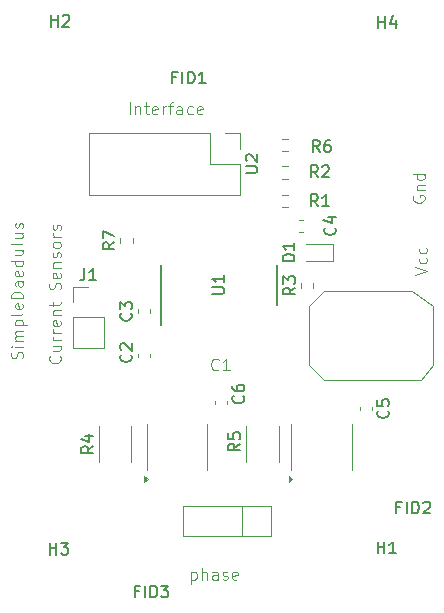
<source format=gbr>
%TF.GenerationSoftware,KiCad,Pcbnew,8.0.5*%
%TF.CreationDate,2026-01-02T18:08:47-06:00*%
%TF.ProjectId,FOC_DV,464f435f-4456-42e6-9b69-6361645f7063,rev?*%
%TF.SameCoordinates,PX7735940PY6422c40*%
%TF.FileFunction,Legend,Top*%
%TF.FilePolarity,Positive*%
%FSLAX46Y46*%
G04 Gerber Fmt 4.6, Leading zero omitted, Abs format (unit mm)*
G04 Created by KiCad (PCBNEW 8.0.5) date 2026-01-02 18:08:47*
%MOMM*%
%LPD*%
G01*
G04 APERTURE LIST*
%ADD10C,0.100000*%
%ADD11C,0.150000*%
%ADD12C,0.200000*%
%ADD13C,0.120000*%
G04 APERTURE END LIST*
D10*
X39520038Y40027694D02*
X39472419Y39932456D01*
X39472419Y39932456D02*
X39472419Y39789599D01*
X39472419Y39789599D02*
X39520038Y39646742D01*
X39520038Y39646742D02*
X39615276Y39551504D01*
X39615276Y39551504D02*
X39710514Y39503885D01*
X39710514Y39503885D02*
X39900990Y39456266D01*
X39900990Y39456266D02*
X40043847Y39456266D01*
X40043847Y39456266D02*
X40234323Y39503885D01*
X40234323Y39503885D02*
X40329561Y39551504D01*
X40329561Y39551504D02*
X40424800Y39646742D01*
X40424800Y39646742D02*
X40472419Y39789599D01*
X40472419Y39789599D02*
X40472419Y39884837D01*
X40472419Y39884837D02*
X40424800Y40027694D01*
X40424800Y40027694D02*
X40377180Y40075313D01*
X40377180Y40075313D02*
X40043847Y40075313D01*
X40043847Y40075313D02*
X40043847Y39884837D01*
X39805752Y40503885D02*
X40472419Y40503885D01*
X39900990Y40503885D02*
X39853371Y40551504D01*
X39853371Y40551504D02*
X39805752Y40646742D01*
X39805752Y40646742D02*
X39805752Y40789599D01*
X39805752Y40789599D02*
X39853371Y40884837D01*
X39853371Y40884837D02*
X39948609Y40932456D01*
X39948609Y40932456D02*
X40472419Y40932456D01*
X40472419Y41837218D02*
X39472419Y41837218D01*
X40424800Y41837218D02*
X40472419Y41741980D01*
X40472419Y41741980D02*
X40472419Y41551504D01*
X40472419Y41551504D02*
X40424800Y41456266D01*
X40424800Y41456266D02*
X40377180Y41408647D01*
X40377180Y41408647D02*
X40281942Y41361028D01*
X40281942Y41361028D02*
X39996228Y41361028D01*
X39996228Y41361028D02*
X39900990Y41408647D01*
X39900990Y41408647D02*
X39853371Y41456266D01*
X39853371Y41456266D02*
X39805752Y41551504D01*
X39805752Y41551504D02*
X39805752Y41741980D01*
X39805752Y41741980D02*
X39853371Y41837218D01*
X39672419Y33361028D02*
X40672419Y33694361D01*
X40672419Y33694361D02*
X39672419Y34027694D01*
X40624800Y34789599D02*
X40672419Y34694361D01*
X40672419Y34694361D02*
X40672419Y34503885D01*
X40672419Y34503885D02*
X40624800Y34408647D01*
X40624800Y34408647D02*
X40577180Y34361028D01*
X40577180Y34361028D02*
X40481942Y34313409D01*
X40481942Y34313409D02*
X40196228Y34313409D01*
X40196228Y34313409D02*
X40100990Y34361028D01*
X40100990Y34361028D02*
X40053371Y34408647D01*
X40053371Y34408647D02*
X40005752Y34503885D01*
X40005752Y34503885D02*
X40005752Y34694361D01*
X40005752Y34694361D02*
X40053371Y34789599D01*
X40624800Y35646742D02*
X40672419Y35551504D01*
X40672419Y35551504D02*
X40672419Y35361028D01*
X40672419Y35361028D02*
X40624800Y35265790D01*
X40624800Y35265790D02*
X40577180Y35218171D01*
X40577180Y35218171D02*
X40481942Y35170552D01*
X40481942Y35170552D02*
X40196228Y35170552D01*
X40196228Y35170552D02*
X40100990Y35218171D01*
X40100990Y35218171D02*
X40053371Y35265790D01*
X40053371Y35265790D02*
X40005752Y35361028D01*
X40005752Y35361028D02*
X40005752Y35551504D01*
X40005752Y35551504D02*
X40053371Y35646742D01*
X6424800Y26256266D02*
X6472419Y26399123D01*
X6472419Y26399123D02*
X6472419Y26637218D01*
X6472419Y26637218D02*
X6424800Y26732456D01*
X6424800Y26732456D02*
X6377180Y26780075D01*
X6377180Y26780075D02*
X6281942Y26827694D01*
X6281942Y26827694D02*
X6186704Y26827694D01*
X6186704Y26827694D02*
X6091466Y26780075D01*
X6091466Y26780075D02*
X6043847Y26732456D01*
X6043847Y26732456D02*
X5996228Y26637218D01*
X5996228Y26637218D02*
X5948609Y26446742D01*
X5948609Y26446742D02*
X5900990Y26351504D01*
X5900990Y26351504D02*
X5853371Y26303885D01*
X5853371Y26303885D02*
X5758133Y26256266D01*
X5758133Y26256266D02*
X5662895Y26256266D01*
X5662895Y26256266D02*
X5567657Y26303885D01*
X5567657Y26303885D02*
X5520038Y26351504D01*
X5520038Y26351504D02*
X5472419Y26446742D01*
X5472419Y26446742D02*
X5472419Y26684837D01*
X5472419Y26684837D02*
X5520038Y26827694D01*
X6472419Y27256266D02*
X5805752Y27256266D01*
X5472419Y27256266D02*
X5520038Y27208647D01*
X5520038Y27208647D02*
X5567657Y27256266D01*
X5567657Y27256266D02*
X5520038Y27303885D01*
X5520038Y27303885D02*
X5472419Y27256266D01*
X5472419Y27256266D02*
X5567657Y27256266D01*
X6472419Y27732456D02*
X5805752Y27732456D01*
X5900990Y27732456D02*
X5853371Y27780075D01*
X5853371Y27780075D02*
X5805752Y27875313D01*
X5805752Y27875313D02*
X5805752Y28018170D01*
X5805752Y28018170D02*
X5853371Y28113408D01*
X5853371Y28113408D02*
X5948609Y28161027D01*
X5948609Y28161027D02*
X6472419Y28161027D01*
X5948609Y28161027D02*
X5853371Y28208646D01*
X5853371Y28208646D02*
X5805752Y28303884D01*
X5805752Y28303884D02*
X5805752Y28446741D01*
X5805752Y28446741D02*
X5853371Y28541980D01*
X5853371Y28541980D02*
X5948609Y28589599D01*
X5948609Y28589599D02*
X6472419Y28589599D01*
X5805752Y29065789D02*
X6805752Y29065789D01*
X5853371Y29065789D02*
X5805752Y29161027D01*
X5805752Y29161027D02*
X5805752Y29351503D01*
X5805752Y29351503D02*
X5853371Y29446741D01*
X5853371Y29446741D02*
X5900990Y29494360D01*
X5900990Y29494360D02*
X5996228Y29541979D01*
X5996228Y29541979D02*
X6281942Y29541979D01*
X6281942Y29541979D02*
X6377180Y29494360D01*
X6377180Y29494360D02*
X6424800Y29446741D01*
X6424800Y29446741D02*
X6472419Y29351503D01*
X6472419Y29351503D02*
X6472419Y29161027D01*
X6472419Y29161027D02*
X6424800Y29065789D01*
X6472419Y30113408D02*
X6424800Y30018170D01*
X6424800Y30018170D02*
X6329561Y29970551D01*
X6329561Y29970551D02*
X5472419Y29970551D01*
X6424800Y30875313D02*
X6472419Y30780075D01*
X6472419Y30780075D02*
X6472419Y30589599D01*
X6472419Y30589599D02*
X6424800Y30494361D01*
X6424800Y30494361D02*
X6329561Y30446742D01*
X6329561Y30446742D02*
X5948609Y30446742D01*
X5948609Y30446742D02*
X5853371Y30494361D01*
X5853371Y30494361D02*
X5805752Y30589599D01*
X5805752Y30589599D02*
X5805752Y30780075D01*
X5805752Y30780075D02*
X5853371Y30875313D01*
X5853371Y30875313D02*
X5948609Y30922932D01*
X5948609Y30922932D02*
X6043847Y30922932D01*
X6043847Y30922932D02*
X6139085Y30446742D01*
X6472419Y31351504D02*
X5472419Y31351504D01*
X5472419Y31351504D02*
X5472419Y31589599D01*
X5472419Y31589599D02*
X5520038Y31732456D01*
X5520038Y31732456D02*
X5615276Y31827694D01*
X5615276Y31827694D02*
X5710514Y31875313D01*
X5710514Y31875313D02*
X5900990Y31922932D01*
X5900990Y31922932D02*
X6043847Y31922932D01*
X6043847Y31922932D02*
X6234323Y31875313D01*
X6234323Y31875313D02*
X6329561Y31827694D01*
X6329561Y31827694D02*
X6424800Y31732456D01*
X6424800Y31732456D02*
X6472419Y31589599D01*
X6472419Y31589599D02*
X6472419Y31351504D01*
X6472419Y32780075D02*
X5948609Y32780075D01*
X5948609Y32780075D02*
X5853371Y32732456D01*
X5853371Y32732456D02*
X5805752Y32637218D01*
X5805752Y32637218D02*
X5805752Y32446742D01*
X5805752Y32446742D02*
X5853371Y32351504D01*
X6424800Y32780075D02*
X6472419Y32684837D01*
X6472419Y32684837D02*
X6472419Y32446742D01*
X6472419Y32446742D02*
X6424800Y32351504D01*
X6424800Y32351504D02*
X6329561Y32303885D01*
X6329561Y32303885D02*
X6234323Y32303885D01*
X6234323Y32303885D02*
X6139085Y32351504D01*
X6139085Y32351504D02*
X6091466Y32446742D01*
X6091466Y32446742D02*
X6091466Y32684837D01*
X6091466Y32684837D02*
X6043847Y32780075D01*
X6424800Y33637218D02*
X6472419Y33541980D01*
X6472419Y33541980D02*
X6472419Y33351504D01*
X6472419Y33351504D02*
X6424800Y33256266D01*
X6424800Y33256266D02*
X6329561Y33208647D01*
X6329561Y33208647D02*
X5948609Y33208647D01*
X5948609Y33208647D02*
X5853371Y33256266D01*
X5853371Y33256266D02*
X5805752Y33351504D01*
X5805752Y33351504D02*
X5805752Y33541980D01*
X5805752Y33541980D02*
X5853371Y33637218D01*
X5853371Y33637218D02*
X5948609Y33684837D01*
X5948609Y33684837D02*
X6043847Y33684837D01*
X6043847Y33684837D02*
X6139085Y33208647D01*
X6472419Y34541980D02*
X5472419Y34541980D01*
X6424800Y34541980D02*
X6472419Y34446742D01*
X6472419Y34446742D02*
X6472419Y34256266D01*
X6472419Y34256266D02*
X6424800Y34161028D01*
X6424800Y34161028D02*
X6377180Y34113409D01*
X6377180Y34113409D02*
X6281942Y34065790D01*
X6281942Y34065790D02*
X5996228Y34065790D01*
X5996228Y34065790D02*
X5900990Y34113409D01*
X5900990Y34113409D02*
X5853371Y34161028D01*
X5853371Y34161028D02*
X5805752Y34256266D01*
X5805752Y34256266D02*
X5805752Y34446742D01*
X5805752Y34446742D02*
X5853371Y34541980D01*
X5805752Y35446742D02*
X6472419Y35446742D01*
X5805752Y35018171D02*
X6329561Y35018171D01*
X6329561Y35018171D02*
X6424800Y35065790D01*
X6424800Y35065790D02*
X6472419Y35161028D01*
X6472419Y35161028D02*
X6472419Y35303885D01*
X6472419Y35303885D02*
X6424800Y35399123D01*
X6424800Y35399123D02*
X6377180Y35446742D01*
X6472419Y36065790D02*
X6424800Y35970552D01*
X6424800Y35970552D02*
X6329561Y35922933D01*
X6329561Y35922933D02*
X5472419Y35922933D01*
X5805752Y36875314D02*
X6472419Y36875314D01*
X5805752Y36446743D02*
X6329561Y36446743D01*
X6329561Y36446743D02*
X6424800Y36494362D01*
X6424800Y36494362D02*
X6472419Y36589600D01*
X6472419Y36589600D02*
X6472419Y36732457D01*
X6472419Y36732457D02*
X6424800Y36827695D01*
X6424800Y36827695D02*
X6377180Y36875314D01*
X6424800Y37303886D02*
X6472419Y37399124D01*
X6472419Y37399124D02*
X6472419Y37589600D01*
X6472419Y37589600D02*
X6424800Y37684838D01*
X6424800Y37684838D02*
X6329561Y37732457D01*
X6329561Y37732457D02*
X6281942Y37732457D01*
X6281942Y37732457D02*
X6186704Y37684838D01*
X6186704Y37684838D02*
X6139085Y37589600D01*
X6139085Y37589600D02*
X6139085Y37446743D01*
X6139085Y37446743D02*
X6091466Y37351505D01*
X6091466Y37351505D02*
X5996228Y37303886D01*
X5996228Y37303886D02*
X5948609Y37303886D01*
X5948609Y37303886D02*
X5853371Y37351505D01*
X5853371Y37351505D02*
X5805752Y37446743D01*
X5805752Y37446743D02*
X5805752Y37589600D01*
X5805752Y37589600D02*
X5853371Y37684838D01*
X15503884Y46927581D02*
X15503884Y47927581D01*
X15980074Y47594248D02*
X15980074Y46927581D01*
X15980074Y47499010D02*
X16027693Y47546629D01*
X16027693Y47546629D02*
X16122931Y47594248D01*
X16122931Y47594248D02*
X16265788Y47594248D01*
X16265788Y47594248D02*
X16361026Y47546629D01*
X16361026Y47546629D02*
X16408645Y47451391D01*
X16408645Y47451391D02*
X16408645Y46927581D01*
X16741979Y47594248D02*
X17122931Y47594248D01*
X16884836Y47927581D02*
X16884836Y47070439D01*
X16884836Y47070439D02*
X16932455Y46975200D01*
X16932455Y46975200D02*
X17027693Y46927581D01*
X17027693Y46927581D02*
X17122931Y46927581D01*
X17837217Y46975200D02*
X17741979Y46927581D01*
X17741979Y46927581D02*
X17551503Y46927581D01*
X17551503Y46927581D02*
X17456265Y46975200D01*
X17456265Y46975200D02*
X17408646Y47070439D01*
X17408646Y47070439D02*
X17408646Y47451391D01*
X17408646Y47451391D02*
X17456265Y47546629D01*
X17456265Y47546629D02*
X17551503Y47594248D01*
X17551503Y47594248D02*
X17741979Y47594248D01*
X17741979Y47594248D02*
X17837217Y47546629D01*
X17837217Y47546629D02*
X17884836Y47451391D01*
X17884836Y47451391D02*
X17884836Y47356153D01*
X17884836Y47356153D02*
X17408646Y47260915D01*
X18313408Y46927581D02*
X18313408Y47594248D01*
X18313408Y47403772D02*
X18361027Y47499010D01*
X18361027Y47499010D02*
X18408646Y47546629D01*
X18408646Y47546629D02*
X18503884Y47594248D01*
X18503884Y47594248D02*
X18599122Y47594248D01*
X18789599Y47594248D02*
X19170551Y47594248D01*
X18932456Y46927581D02*
X18932456Y47784724D01*
X18932456Y47784724D02*
X18980075Y47879962D01*
X18980075Y47879962D02*
X19075313Y47927581D01*
X19075313Y47927581D02*
X19170551Y47927581D01*
X19932456Y46927581D02*
X19932456Y47451391D01*
X19932456Y47451391D02*
X19884837Y47546629D01*
X19884837Y47546629D02*
X19789599Y47594248D01*
X19789599Y47594248D02*
X19599123Y47594248D01*
X19599123Y47594248D02*
X19503885Y47546629D01*
X19932456Y46975200D02*
X19837218Y46927581D01*
X19837218Y46927581D02*
X19599123Y46927581D01*
X19599123Y46927581D02*
X19503885Y46975200D01*
X19503885Y46975200D02*
X19456266Y47070439D01*
X19456266Y47070439D02*
X19456266Y47165677D01*
X19456266Y47165677D02*
X19503885Y47260915D01*
X19503885Y47260915D02*
X19599123Y47308534D01*
X19599123Y47308534D02*
X19837218Y47308534D01*
X19837218Y47308534D02*
X19932456Y47356153D01*
X20837218Y46975200D02*
X20741980Y46927581D01*
X20741980Y46927581D02*
X20551504Y46927581D01*
X20551504Y46927581D02*
X20456266Y46975200D01*
X20456266Y46975200D02*
X20408647Y47022820D01*
X20408647Y47022820D02*
X20361028Y47118058D01*
X20361028Y47118058D02*
X20361028Y47403772D01*
X20361028Y47403772D02*
X20408647Y47499010D01*
X20408647Y47499010D02*
X20456266Y47546629D01*
X20456266Y47546629D02*
X20551504Y47594248D01*
X20551504Y47594248D02*
X20741980Y47594248D01*
X20741980Y47594248D02*
X20837218Y47546629D01*
X21646742Y46975200D02*
X21551504Y46927581D01*
X21551504Y46927581D02*
X21361028Y46927581D01*
X21361028Y46927581D02*
X21265790Y46975200D01*
X21265790Y46975200D02*
X21218171Y47070439D01*
X21218171Y47070439D02*
X21218171Y47451391D01*
X21218171Y47451391D02*
X21265790Y47546629D01*
X21265790Y47546629D02*
X21361028Y47594248D01*
X21361028Y47594248D02*
X21551504Y47594248D01*
X21551504Y47594248D02*
X21646742Y47546629D01*
X21646742Y47546629D02*
X21694361Y47451391D01*
X21694361Y47451391D02*
X21694361Y47356153D01*
X21694361Y47356153D02*
X21218171Y47260915D01*
X20703884Y8194248D02*
X20703884Y7194248D01*
X20703884Y8146629D02*
X20799122Y8194248D01*
X20799122Y8194248D02*
X20989598Y8194248D01*
X20989598Y8194248D02*
X21084836Y8146629D01*
X21084836Y8146629D02*
X21132455Y8099010D01*
X21132455Y8099010D02*
X21180074Y8003772D01*
X21180074Y8003772D02*
X21180074Y7718058D01*
X21180074Y7718058D02*
X21132455Y7622820D01*
X21132455Y7622820D02*
X21084836Y7575200D01*
X21084836Y7575200D02*
X20989598Y7527581D01*
X20989598Y7527581D02*
X20799122Y7527581D01*
X20799122Y7527581D02*
X20703884Y7575200D01*
X21608646Y7527581D02*
X21608646Y8527581D01*
X22037217Y7527581D02*
X22037217Y8051391D01*
X22037217Y8051391D02*
X21989598Y8146629D01*
X21989598Y8146629D02*
X21894360Y8194248D01*
X21894360Y8194248D02*
X21751503Y8194248D01*
X21751503Y8194248D02*
X21656265Y8146629D01*
X21656265Y8146629D02*
X21608646Y8099010D01*
X22941979Y7527581D02*
X22941979Y8051391D01*
X22941979Y8051391D02*
X22894360Y8146629D01*
X22894360Y8146629D02*
X22799122Y8194248D01*
X22799122Y8194248D02*
X22608646Y8194248D01*
X22608646Y8194248D02*
X22513408Y8146629D01*
X22941979Y7575200D02*
X22846741Y7527581D01*
X22846741Y7527581D02*
X22608646Y7527581D01*
X22608646Y7527581D02*
X22513408Y7575200D01*
X22513408Y7575200D02*
X22465789Y7670439D01*
X22465789Y7670439D02*
X22465789Y7765677D01*
X22465789Y7765677D02*
X22513408Y7860915D01*
X22513408Y7860915D02*
X22608646Y7908534D01*
X22608646Y7908534D02*
X22846741Y7908534D01*
X22846741Y7908534D02*
X22941979Y7956153D01*
X23370551Y7575200D02*
X23465789Y7527581D01*
X23465789Y7527581D02*
X23656265Y7527581D01*
X23656265Y7527581D02*
X23751503Y7575200D01*
X23751503Y7575200D02*
X23799122Y7670439D01*
X23799122Y7670439D02*
X23799122Y7718058D01*
X23799122Y7718058D02*
X23751503Y7813296D01*
X23751503Y7813296D02*
X23656265Y7860915D01*
X23656265Y7860915D02*
X23513408Y7860915D01*
X23513408Y7860915D02*
X23418170Y7908534D01*
X23418170Y7908534D02*
X23370551Y8003772D01*
X23370551Y8003772D02*
X23370551Y8051391D01*
X23370551Y8051391D02*
X23418170Y8146629D01*
X23418170Y8146629D02*
X23513408Y8194248D01*
X23513408Y8194248D02*
X23656265Y8194248D01*
X23656265Y8194248D02*
X23751503Y8146629D01*
X24608646Y7575200D02*
X24513408Y7527581D01*
X24513408Y7527581D02*
X24322932Y7527581D01*
X24322932Y7527581D02*
X24227694Y7575200D01*
X24227694Y7575200D02*
X24180075Y7670439D01*
X24180075Y7670439D02*
X24180075Y8051391D01*
X24180075Y8051391D02*
X24227694Y8146629D01*
X24227694Y8146629D02*
X24322932Y8194248D01*
X24322932Y8194248D02*
X24513408Y8194248D01*
X24513408Y8194248D02*
X24608646Y8146629D01*
X24608646Y8146629D02*
X24656265Y8051391D01*
X24656265Y8051391D02*
X24656265Y7956153D01*
X24656265Y7956153D02*
X24180075Y7860915D01*
X9577180Y26475313D02*
X9624800Y26427694D01*
X9624800Y26427694D02*
X9672419Y26284837D01*
X9672419Y26284837D02*
X9672419Y26189599D01*
X9672419Y26189599D02*
X9624800Y26046742D01*
X9624800Y26046742D02*
X9529561Y25951504D01*
X9529561Y25951504D02*
X9434323Y25903885D01*
X9434323Y25903885D02*
X9243847Y25856266D01*
X9243847Y25856266D02*
X9100990Y25856266D01*
X9100990Y25856266D02*
X8910514Y25903885D01*
X8910514Y25903885D02*
X8815276Y25951504D01*
X8815276Y25951504D02*
X8720038Y26046742D01*
X8720038Y26046742D02*
X8672419Y26189599D01*
X8672419Y26189599D02*
X8672419Y26284837D01*
X8672419Y26284837D02*
X8720038Y26427694D01*
X8720038Y26427694D02*
X8767657Y26475313D01*
X9005752Y27332456D02*
X9672419Y27332456D01*
X9005752Y26903885D02*
X9529561Y26903885D01*
X9529561Y26903885D02*
X9624800Y26951504D01*
X9624800Y26951504D02*
X9672419Y27046742D01*
X9672419Y27046742D02*
X9672419Y27189599D01*
X9672419Y27189599D02*
X9624800Y27284837D01*
X9624800Y27284837D02*
X9577180Y27332456D01*
X9672419Y27808647D02*
X9005752Y27808647D01*
X9196228Y27808647D02*
X9100990Y27856266D01*
X9100990Y27856266D02*
X9053371Y27903885D01*
X9053371Y27903885D02*
X9005752Y27999123D01*
X9005752Y27999123D02*
X9005752Y28094361D01*
X9672419Y28427695D02*
X9005752Y28427695D01*
X9196228Y28427695D02*
X9100990Y28475314D01*
X9100990Y28475314D02*
X9053371Y28522933D01*
X9053371Y28522933D02*
X9005752Y28618171D01*
X9005752Y28618171D02*
X9005752Y28713409D01*
X9624800Y29427695D02*
X9672419Y29332457D01*
X9672419Y29332457D02*
X9672419Y29141981D01*
X9672419Y29141981D02*
X9624800Y29046743D01*
X9624800Y29046743D02*
X9529561Y28999124D01*
X9529561Y28999124D02*
X9148609Y28999124D01*
X9148609Y28999124D02*
X9053371Y29046743D01*
X9053371Y29046743D02*
X9005752Y29141981D01*
X9005752Y29141981D02*
X9005752Y29332457D01*
X9005752Y29332457D02*
X9053371Y29427695D01*
X9053371Y29427695D02*
X9148609Y29475314D01*
X9148609Y29475314D02*
X9243847Y29475314D01*
X9243847Y29475314D02*
X9339085Y28999124D01*
X9005752Y29903886D02*
X9672419Y29903886D01*
X9100990Y29903886D02*
X9053371Y29951505D01*
X9053371Y29951505D02*
X9005752Y30046743D01*
X9005752Y30046743D02*
X9005752Y30189600D01*
X9005752Y30189600D02*
X9053371Y30284838D01*
X9053371Y30284838D02*
X9148609Y30332457D01*
X9148609Y30332457D02*
X9672419Y30332457D01*
X9005752Y30665791D02*
X9005752Y31046743D01*
X8672419Y30808648D02*
X9529561Y30808648D01*
X9529561Y30808648D02*
X9624800Y30856267D01*
X9624800Y30856267D02*
X9672419Y30951505D01*
X9672419Y30951505D02*
X9672419Y31046743D01*
X9624800Y32094363D02*
X9672419Y32237220D01*
X9672419Y32237220D02*
X9672419Y32475315D01*
X9672419Y32475315D02*
X9624800Y32570553D01*
X9624800Y32570553D02*
X9577180Y32618172D01*
X9577180Y32618172D02*
X9481942Y32665791D01*
X9481942Y32665791D02*
X9386704Y32665791D01*
X9386704Y32665791D02*
X9291466Y32618172D01*
X9291466Y32618172D02*
X9243847Y32570553D01*
X9243847Y32570553D02*
X9196228Y32475315D01*
X9196228Y32475315D02*
X9148609Y32284839D01*
X9148609Y32284839D02*
X9100990Y32189601D01*
X9100990Y32189601D02*
X9053371Y32141982D01*
X9053371Y32141982D02*
X8958133Y32094363D01*
X8958133Y32094363D02*
X8862895Y32094363D01*
X8862895Y32094363D02*
X8767657Y32141982D01*
X8767657Y32141982D02*
X8720038Y32189601D01*
X8720038Y32189601D02*
X8672419Y32284839D01*
X8672419Y32284839D02*
X8672419Y32522934D01*
X8672419Y32522934D02*
X8720038Y32665791D01*
X9624800Y33475315D02*
X9672419Y33380077D01*
X9672419Y33380077D02*
X9672419Y33189601D01*
X9672419Y33189601D02*
X9624800Y33094363D01*
X9624800Y33094363D02*
X9529561Y33046744D01*
X9529561Y33046744D02*
X9148609Y33046744D01*
X9148609Y33046744D02*
X9053371Y33094363D01*
X9053371Y33094363D02*
X9005752Y33189601D01*
X9005752Y33189601D02*
X9005752Y33380077D01*
X9005752Y33380077D02*
X9053371Y33475315D01*
X9053371Y33475315D02*
X9148609Y33522934D01*
X9148609Y33522934D02*
X9243847Y33522934D01*
X9243847Y33522934D02*
X9339085Y33046744D01*
X9005752Y33951506D02*
X9672419Y33951506D01*
X9100990Y33951506D02*
X9053371Y33999125D01*
X9053371Y33999125D02*
X9005752Y34094363D01*
X9005752Y34094363D02*
X9005752Y34237220D01*
X9005752Y34237220D02*
X9053371Y34332458D01*
X9053371Y34332458D02*
X9148609Y34380077D01*
X9148609Y34380077D02*
X9672419Y34380077D01*
X9624800Y34808649D02*
X9672419Y34903887D01*
X9672419Y34903887D02*
X9672419Y35094363D01*
X9672419Y35094363D02*
X9624800Y35189601D01*
X9624800Y35189601D02*
X9529561Y35237220D01*
X9529561Y35237220D02*
X9481942Y35237220D01*
X9481942Y35237220D02*
X9386704Y35189601D01*
X9386704Y35189601D02*
X9339085Y35094363D01*
X9339085Y35094363D02*
X9339085Y34951506D01*
X9339085Y34951506D02*
X9291466Y34856268D01*
X9291466Y34856268D02*
X9196228Y34808649D01*
X9196228Y34808649D02*
X9148609Y34808649D01*
X9148609Y34808649D02*
X9053371Y34856268D01*
X9053371Y34856268D02*
X9005752Y34951506D01*
X9005752Y34951506D02*
X9005752Y35094363D01*
X9005752Y35094363D02*
X9053371Y35189601D01*
X9672419Y35808649D02*
X9624800Y35713411D01*
X9624800Y35713411D02*
X9577180Y35665792D01*
X9577180Y35665792D02*
X9481942Y35618173D01*
X9481942Y35618173D02*
X9196228Y35618173D01*
X9196228Y35618173D02*
X9100990Y35665792D01*
X9100990Y35665792D02*
X9053371Y35713411D01*
X9053371Y35713411D02*
X9005752Y35808649D01*
X9005752Y35808649D02*
X9005752Y35951506D01*
X9005752Y35951506D02*
X9053371Y36046744D01*
X9053371Y36046744D02*
X9100990Y36094363D01*
X9100990Y36094363D02*
X9196228Y36141982D01*
X9196228Y36141982D02*
X9481942Y36141982D01*
X9481942Y36141982D02*
X9577180Y36094363D01*
X9577180Y36094363D02*
X9624800Y36046744D01*
X9624800Y36046744D02*
X9672419Y35951506D01*
X9672419Y35951506D02*
X9672419Y35808649D01*
X9672419Y36570554D02*
X9005752Y36570554D01*
X9196228Y36570554D02*
X9100990Y36618173D01*
X9100990Y36618173D02*
X9053371Y36665792D01*
X9053371Y36665792D02*
X9005752Y36761030D01*
X9005752Y36761030D02*
X9005752Y36856268D01*
X9624800Y37141983D02*
X9672419Y37237221D01*
X9672419Y37237221D02*
X9672419Y37427697D01*
X9672419Y37427697D02*
X9624800Y37522935D01*
X9624800Y37522935D02*
X9529561Y37570554D01*
X9529561Y37570554D02*
X9481942Y37570554D01*
X9481942Y37570554D02*
X9386704Y37522935D01*
X9386704Y37522935D02*
X9339085Y37427697D01*
X9339085Y37427697D02*
X9339085Y37284840D01*
X9339085Y37284840D02*
X9291466Y37189602D01*
X9291466Y37189602D02*
X9196228Y37141983D01*
X9196228Y37141983D02*
X9148609Y37141983D01*
X9148609Y37141983D02*
X9053371Y37189602D01*
X9053371Y37189602D02*
X9005752Y37284840D01*
X9005752Y37284840D02*
X9005752Y37427697D01*
X9005752Y37427697D02*
X9053371Y37522935D01*
D11*
X36541039Y54248125D02*
X36541039Y55248125D01*
X36541039Y54771935D02*
X37112467Y54771935D01*
X37112467Y54248125D02*
X37112467Y55248125D01*
X38017229Y54914792D02*
X38017229Y54248125D01*
X37779134Y55295744D02*
X37541039Y54581459D01*
X37541039Y54581459D02*
X38160086Y54581459D01*
X8838095Y54345181D02*
X8838095Y55345181D01*
X8838095Y54868991D02*
X9409523Y54868991D01*
X9409523Y54345181D02*
X9409523Y55345181D01*
X9838095Y55249943D02*
X9885714Y55297562D01*
X9885714Y55297562D02*
X9980952Y55345181D01*
X9980952Y55345181D02*
X10219047Y55345181D01*
X10219047Y55345181D02*
X10314285Y55297562D01*
X10314285Y55297562D02*
X10361904Y55249943D01*
X10361904Y55249943D02*
X10409523Y55154705D01*
X10409523Y55154705D02*
X10409523Y55059467D01*
X10409523Y55059467D02*
X10361904Y54916610D01*
X10361904Y54916610D02*
X9790476Y54345181D01*
X9790476Y54345181D02*
X10409523Y54345181D01*
X8735151Y9648125D02*
X8735151Y10648125D01*
X8735151Y10171935D02*
X9306579Y10171935D01*
X9306579Y9648125D02*
X9306579Y10648125D01*
X9687532Y10648125D02*
X10306579Y10648125D01*
X10306579Y10648125D02*
X9973246Y10267173D01*
X9973246Y10267173D02*
X10116103Y10267173D01*
X10116103Y10267173D02*
X10211341Y10219554D01*
X10211341Y10219554D02*
X10258960Y10171935D01*
X10258960Y10171935D02*
X10306579Y10076697D01*
X10306579Y10076697D02*
X10306579Y9838602D01*
X10306579Y9838602D02*
X10258960Y9743364D01*
X10258960Y9743364D02*
X10211341Y9695744D01*
X10211341Y9695744D02*
X10116103Y9648125D01*
X10116103Y9648125D02*
X9830389Y9648125D01*
X9830389Y9648125D02*
X9735151Y9695744D01*
X9735151Y9695744D02*
X9687532Y9743364D01*
X36488095Y9745181D02*
X36488095Y10745181D01*
X36488095Y10268991D02*
X37059523Y10268991D01*
X37059523Y9745181D02*
X37059523Y10745181D01*
X38059523Y9745181D02*
X37488095Y9745181D01*
X37773809Y9745181D02*
X37773809Y10745181D01*
X37773809Y10745181D02*
X37678571Y10602324D01*
X37678571Y10602324D02*
X37583333Y10507086D01*
X37583333Y10507086D02*
X37488095Y10459467D01*
D10*
X23033333Y25337820D02*
X22985714Y25290200D01*
X22985714Y25290200D02*
X22842857Y25242581D01*
X22842857Y25242581D02*
X22747619Y25242581D01*
X22747619Y25242581D02*
X22604762Y25290200D01*
X22604762Y25290200D02*
X22509524Y25385439D01*
X22509524Y25385439D02*
X22461905Y25480677D01*
X22461905Y25480677D02*
X22414286Y25671153D01*
X22414286Y25671153D02*
X22414286Y25814010D01*
X22414286Y25814010D02*
X22461905Y26004486D01*
X22461905Y26004486D02*
X22509524Y26099724D01*
X22509524Y26099724D02*
X22604762Y26194962D01*
X22604762Y26194962D02*
X22747619Y26242581D01*
X22747619Y26242581D02*
X22842857Y26242581D01*
X22842857Y26242581D02*
X22985714Y26194962D01*
X22985714Y26194962D02*
X23033333Y26147343D01*
X23985714Y25242581D02*
X23414286Y25242581D01*
X23700000Y25242581D02*
X23700000Y26242581D01*
X23700000Y26242581D02*
X23604762Y26099724D01*
X23604762Y26099724D02*
X23509524Y26004486D01*
X23509524Y26004486D02*
X23414286Y25956867D01*
D11*
X22504819Y31738096D02*
X23314342Y31738096D01*
X23314342Y31738096D02*
X23409580Y31785715D01*
X23409580Y31785715D02*
X23457200Y31833334D01*
X23457200Y31833334D02*
X23504819Y31928572D01*
X23504819Y31928572D02*
X23504819Y32119048D01*
X23504819Y32119048D02*
X23457200Y32214286D01*
X23457200Y32214286D02*
X23409580Y32261905D01*
X23409580Y32261905D02*
X23314342Y32309524D01*
X23314342Y32309524D02*
X22504819Y32309524D01*
X23504819Y33309524D02*
X23504819Y32738096D01*
X23504819Y33023810D02*
X22504819Y33023810D01*
X22504819Y33023810D02*
X22647676Y32928572D01*
X22647676Y32928572D02*
X22742914Y32833334D01*
X22742914Y32833334D02*
X22790533Y32738096D01*
X14204819Y36083334D02*
X13728628Y35750001D01*
X14204819Y35511906D02*
X13204819Y35511906D01*
X13204819Y35511906D02*
X13204819Y35892858D01*
X13204819Y35892858D02*
X13252438Y35988096D01*
X13252438Y35988096D02*
X13300057Y36035715D01*
X13300057Y36035715D02*
X13395295Y36083334D01*
X13395295Y36083334D02*
X13538152Y36083334D01*
X13538152Y36083334D02*
X13633390Y36035715D01*
X13633390Y36035715D02*
X13681009Y35988096D01*
X13681009Y35988096D02*
X13728628Y35892858D01*
X13728628Y35892858D02*
X13728628Y35511906D01*
X13204819Y36416668D02*
X13204819Y37083334D01*
X13204819Y37083334D02*
X14204819Y36654763D01*
X31583333Y43745181D02*
X31250000Y44221372D01*
X31011905Y43745181D02*
X31011905Y44745181D01*
X31011905Y44745181D02*
X31392857Y44745181D01*
X31392857Y44745181D02*
X31488095Y44697562D01*
X31488095Y44697562D02*
X31535714Y44649943D01*
X31535714Y44649943D02*
X31583333Y44554705D01*
X31583333Y44554705D02*
X31583333Y44411848D01*
X31583333Y44411848D02*
X31535714Y44316610D01*
X31535714Y44316610D02*
X31488095Y44268991D01*
X31488095Y44268991D02*
X31392857Y44221372D01*
X31392857Y44221372D02*
X31011905Y44221372D01*
X32440476Y44745181D02*
X32250000Y44745181D01*
X32250000Y44745181D02*
X32154762Y44697562D01*
X32154762Y44697562D02*
X32107143Y44649943D01*
X32107143Y44649943D02*
X32011905Y44507086D01*
X32011905Y44507086D02*
X31964286Y44316610D01*
X31964286Y44316610D02*
X31964286Y43935658D01*
X31964286Y43935658D02*
X32011905Y43840420D01*
X32011905Y43840420D02*
X32059524Y43792800D01*
X32059524Y43792800D02*
X32154762Y43745181D01*
X32154762Y43745181D02*
X32345238Y43745181D01*
X32345238Y43745181D02*
X32440476Y43792800D01*
X32440476Y43792800D02*
X32488095Y43840420D01*
X32488095Y43840420D02*
X32535714Y43935658D01*
X32535714Y43935658D02*
X32535714Y44173753D01*
X32535714Y44173753D02*
X32488095Y44268991D01*
X32488095Y44268991D02*
X32440476Y44316610D01*
X32440476Y44316610D02*
X32345238Y44364229D01*
X32345238Y44364229D02*
X32154762Y44364229D01*
X32154762Y44364229D02*
X32059524Y44316610D01*
X32059524Y44316610D02*
X32011905Y44268991D01*
X32011905Y44268991D02*
X31964286Y44173753D01*
X29524819Y32258334D02*
X29048628Y31925001D01*
X29524819Y31686906D02*
X28524819Y31686906D01*
X28524819Y31686906D02*
X28524819Y32067858D01*
X28524819Y32067858D02*
X28572438Y32163096D01*
X28572438Y32163096D02*
X28620057Y32210715D01*
X28620057Y32210715D02*
X28715295Y32258334D01*
X28715295Y32258334D02*
X28858152Y32258334D01*
X28858152Y32258334D02*
X28953390Y32210715D01*
X28953390Y32210715D02*
X29001009Y32163096D01*
X29001009Y32163096D02*
X29048628Y32067858D01*
X29048628Y32067858D02*
X29048628Y31686906D01*
X28524819Y32591668D02*
X28524819Y33210715D01*
X28524819Y33210715D02*
X28905771Y32877382D01*
X28905771Y32877382D02*
X28905771Y33020239D01*
X28905771Y33020239D02*
X28953390Y33115477D01*
X28953390Y33115477D02*
X29001009Y33163096D01*
X29001009Y33163096D02*
X29096247Y33210715D01*
X29096247Y33210715D02*
X29334342Y33210715D01*
X29334342Y33210715D02*
X29429580Y33163096D01*
X29429580Y33163096D02*
X29477200Y33115477D01*
X29477200Y33115477D02*
X29524819Y33020239D01*
X29524819Y33020239D02*
X29524819Y32734525D01*
X29524819Y32734525D02*
X29477200Y32639287D01*
X29477200Y32639287D02*
X29429580Y32591668D01*
X29454819Y34511906D02*
X28454819Y34511906D01*
X28454819Y34511906D02*
X28454819Y34750001D01*
X28454819Y34750001D02*
X28502438Y34892858D01*
X28502438Y34892858D02*
X28597676Y34988096D01*
X28597676Y34988096D02*
X28692914Y35035715D01*
X28692914Y35035715D02*
X28883390Y35083334D01*
X28883390Y35083334D02*
X29026247Y35083334D01*
X29026247Y35083334D02*
X29216723Y35035715D01*
X29216723Y35035715D02*
X29311961Y34988096D01*
X29311961Y34988096D02*
X29407200Y34892858D01*
X29407200Y34892858D02*
X29454819Y34750001D01*
X29454819Y34750001D02*
X29454819Y34511906D01*
X29454819Y36035715D02*
X29454819Y35464287D01*
X29454819Y35750001D02*
X28454819Y35750001D01*
X28454819Y35750001D02*
X28597676Y35654763D01*
X28597676Y35654763D02*
X28692914Y35559525D01*
X28692914Y35559525D02*
X28740533Y35464287D01*
X16253571Y6539491D02*
X15920238Y6539491D01*
X15920238Y6015681D02*
X15920238Y7015681D01*
X15920238Y7015681D02*
X16396428Y7015681D01*
X16777381Y6015681D02*
X16777381Y7015681D01*
X17253571Y6015681D02*
X17253571Y7015681D01*
X17253571Y7015681D02*
X17491666Y7015681D01*
X17491666Y7015681D02*
X17634523Y6968062D01*
X17634523Y6968062D02*
X17729761Y6872824D01*
X17729761Y6872824D02*
X17777380Y6777586D01*
X17777380Y6777586D02*
X17824999Y6587110D01*
X17824999Y6587110D02*
X17824999Y6444253D01*
X17824999Y6444253D02*
X17777380Y6253777D01*
X17777380Y6253777D02*
X17729761Y6158539D01*
X17729761Y6158539D02*
X17634523Y6063300D01*
X17634523Y6063300D02*
X17491666Y6015681D01*
X17491666Y6015681D02*
X17253571Y6015681D01*
X18158333Y7015681D02*
X18777380Y7015681D01*
X18777380Y7015681D02*
X18444047Y6634729D01*
X18444047Y6634729D02*
X18586904Y6634729D01*
X18586904Y6634729D02*
X18682142Y6587110D01*
X18682142Y6587110D02*
X18729761Y6539491D01*
X18729761Y6539491D02*
X18777380Y6444253D01*
X18777380Y6444253D02*
X18777380Y6206158D01*
X18777380Y6206158D02*
X18729761Y6110920D01*
X18729761Y6110920D02*
X18682142Y6063300D01*
X18682142Y6063300D02*
X18586904Y6015681D01*
X18586904Y6015681D02*
X18301190Y6015681D01*
X18301190Y6015681D02*
X18205952Y6063300D01*
X18205952Y6063300D02*
X18158333Y6110920D01*
X38428571Y13664491D02*
X38095238Y13664491D01*
X38095238Y13140681D02*
X38095238Y14140681D01*
X38095238Y14140681D02*
X38571428Y14140681D01*
X38952381Y13140681D02*
X38952381Y14140681D01*
X39428571Y13140681D02*
X39428571Y14140681D01*
X39428571Y14140681D02*
X39666666Y14140681D01*
X39666666Y14140681D02*
X39809523Y14093062D01*
X39809523Y14093062D02*
X39904761Y13997824D01*
X39904761Y13997824D02*
X39952380Y13902586D01*
X39952380Y13902586D02*
X39999999Y13712110D01*
X39999999Y13712110D02*
X39999999Y13569253D01*
X39999999Y13569253D02*
X39952380Y13378777D01*
X39952380Y13378777D02*
X39904761Y13283539D01*
X39904761Y13283539D02*
X39809523Y13188300D01*
X39809523Y13188300D02*
X39666666Y13140681D01*
X39666666Y13140681D02*
X39428571Y13140681D01*
X40380952Y14045443D02*
X40428571Y14093062D01*
X40428571Y14093062D02*
X40523809Y14140681D01*
X40523809Y14140681D02*
X40761904Y14140681D01*
X40761904Y14140681D02*
X40857142Y14093062D01*
X40857142Y14093062D02*
X40904761Y14045443D01*
X40904761Y14045443D02*
X40952380Y13950205D01*
X40952380Y13950205D02*
X40952380Y13854967D01*
X40952380Y13854967D02*
X40904761Y13712110D01*
X40904761Y13712110D02*
X40333333Y13140681D01*
X40333333Y13140681D02*
X40952380Y13140681D01*
X19428571Y50068991D02*
X19095238Y50068991D01*
X19095238Y49545181D02*
X19095238Y50545181D01*
X19095238Y50545181D02*
X19571428Y50545181D01*
X19952381Y49545181D02*
X19952381Y50545181D01*
X20428571Y49545181D02*
X20428571Y50545181D01*
X20428571Y50545181D02*
X20666666Y50545181D01*
X20666666Y50545181D02*
X20809523Y50497562D01*
X20809523Y50497562D02*
X20904761Y50402324D01*
X20904761Y50402324D02*
X20952380Y50307086D01*
X20952380Y50307086D02*
X20999999Y50116610D01*
X20999999Y50116610D02*
X20999999Y49973753D01*
X20999999Y49973753D02*
X20952380Y49783277D01*
X20952380Y49783277D02*
X20904761Y49688039D01*
X20904761Y49688039D02*
X20809523Y49592800D01*
X20809523Y49592800D02*
X20666666Y49545181D01*
X20666666Y49545181D02*
X20428571Y49545181D01*
X21952380Y49545181D02*
X21380952Y49545181D01*
X21666666Y49545181D02*
X21666666Y50545181D01*
X21666666Y50545181D02*
X21571428Y50402324D01*
X21571428Y50402324D02*
X21476190Y50307086D01*
X21476190Y50307086D02*
X21380952Y50259467D01*
X25324819Y41968096D02*
X26134342Y41968096D01*
X26134342Y41968096D02*
X26229580Y42015715D01*
X26229580Y42015715D02*
X26277200Y42063334D01*
X26277200Y42063334D02*
X26324819Y42158572D01*
X26324819Y42158572D02*
X26324819Y42349048D01*
X26324819Y42349048D02*
X26277200Y42444286D01*
X26277200Y42444286D02*
X26229580Y42491905D01*
X26229580Y42491905D02*
X26134342Y42539524D01*
X26134342Y42539524D02*
X25324819Y42539524D01*
X25420057Y42968096D02*
X25372438Y43015715D01*
X25372438Y43015715D02*
X25324819Y43110953D01*
X25324819Y43110953D02*
X25324819Y43349048D01*
X25324819Y43349048D02*
X25372438Y43444286D01*
X25372438Y43444286D02*
X25420057Y43491905D01*
X25420057Y43491905D02*
X25515295Y43539524D01*
X25515295Y43539524D02*
X25610533Y43539524D01*
X25610533Y43539524D02*
X25753390Y43491905D01*
X25753390Y43491905D02*
X26324819Y42920477D01*
X26324819Y42920477D02*
X26324819Y43539524D01*
X24854819Y19033334D02*
X24378628Y18700001D01*
X24854819Y18461906D02*
X23854819Y18461906D01*
X23854819Y18461906D02*
X23854819Y18842858D01*
X23854819Y18842858D02*
X23902438Y18938096D01*
X23902438Y18938096D02*
X23950057Y18985715D01*
X23950057Y18985715D02*
X24045295Y19033334D01*
X24045295Y19033334D02*
X24188152Y19033334D01*
X24188152Y19033334D02*
X24283390Y18985715D01*
X24283390Y18985715D02*
X24331009Y18938096D01*
X24331009Y18938096D02*
X24378628Y18842858D01*
X24378628Y18842858D02*
X24378628Y18461906D01*
X23854819Y19938096D02*
X23854819Y19461906D01*
X23854819Y19461906D02*
X24331009Y19414287D01*
X24331009Y19414287D02*
X24283390Y19461906D01*
X24283390Y19461906D02*
X24235771Y19557144D01*
X24235771Y19557144D02*
X24235771Y19795239D01*
X24235771Y19795239D02*
X24283390Y19890477D01*
X24283390Y19890477D02*
X24331009Y19938096D01*
X24331009Y19938096D02*
X24426247Y19985715D01*
X24426247Y19985715D02*
X24664342Y19985715D01*
X24664342Y19985715D02*
X24759580Y19938096D01*
X24759580Y19938096D02*
X24807200Y19890477D01*
X24807200Y19890477D02*
X24854819Y19795239D01*
X24854819Y19795239D02*
X24854819Y19557144D01*
X24854819Y19557144D02*
X24807200Y19461906D01*
X24807200Y19461906D02*
X24759580Y19414287D01*
X12424819Y18833334D02*
X11948628Y18500001D01*
X12424819Y18261906D02*
X11424819Y18261906D01*
X11424819Y18261906D02*
X11424819Y18642858D01*
X11424819Y18642858D02*
X11472438Y18738096D01*
X11472438Y18738096D02*
X11520057Y18785715D01*
X11520057Y18785715D02*
X11615295Y18833334D01*
X11615295Y18833334D02*
X11758152Y18833334D01*
X11758152Y18833334D02*
X11853390Y18785715D01*
X11853390Y18785715D02*
X11901009Y18738096D01*
X11901009Y18738096D02*
X11948628Y18642858D01*
X11948628Y18642858D02*
X11948628Y18261906D01*
X11758152Y19690477D02*
X12424819Y19690477D01*
X11377200Y19452382D02*
X12091485Y19214287D01*
X12091485Y19214287D02*
X12091485Y19833334D01*
X31433333Y41595181D02*
X31100000Y42071372D01*
X30861905Y41595181D02*
X30861905Y42595181D01*
X30861905Y42595181D02*
X31242857Y42595181D01*
X31242857Y42595181D02*
X31338095Y42547562D01*
X31338095Y42547562D02*
X31385714Y42499943D01*
X31385714Y42499943D02*
X31433333Y42404705D01*
X31433333Y42404705D02*
X31433333Y42261848D01*
X31433333Y42261848D02*
X31385714Y42166610D01*
X31385714Y42166610D02*
X31338095Y42118991D01*
X31338095Y42118991D02*
X31242857Y42071372D01*
X31242857Y42071372D02*
X30861905Y42071372D01*
X31814286Y42499943D02*
X31861905Y42547562D01*
X31861905Y42547562D02*
X31957143Y42595181D01*
X31957143Y42595181D02*
X32195238Y42595181D01*
X32195238Y42595181D02*
X32290476Y42547562D01*
X32290476Y42547562D02*
X32338095Y42499943D01*
X32338095Y42499943D02*
X32385714Y42404705D01*
X32385714Y42404705D02*
X32385714Y42309467D01*
X32385714Y42309467D02*
X32338095Y42166610D01*
X32338095Y42166610D02*
X31766667Y41595181D01*
X31766667Y41595181D02*
X32385714Y41595181D01*
X31433333Y39145181D02*
X31100000Y39621372D01*
X30861905Y39145181D02*
X30861905Y40145181D01*
X30861905Y40145181D02*
X31242857Y40145181D01*
X31242857Y40145181D02*
X31338095Y40097562D01*
X31338095Y40097562D02*
X31385714Y40049943D01*
X31385714Y40049943D02*
X31433333Y39954705D01*
X31433333Y39954705D02*
X31433333Y39811848D01*
X31433333Y39811848D02*
X31385714Y39716610D01*
X31385714Y39716610D02*
X31338095Y39668991D01*
X31338095Y39668991D02*
X31242857Y39621372D01*
X31242857Y39621372D02*
X30861905Y39621372D01*
X32385714Y39145181D02*
X31814286Y39145181D01*
X32100000Y39145181D02*
X32100000Y40145181D01*
X32100000Y40145181D02*
X32004762Y40002324D01*
X32004762Y40002324D02*
X31909524Y39907086D01*
X31909524Y39907086D02*
X31814286Y39859467D01*
X11666666Y33875181D02*
X11666666Y33160896D01*
X11666666Y33160896D02*
X11619047Y33018039D01*
X11619047Y33018039D02*
X11523809Y32922800D01*
X11523809Y32922800D02*
X11380952Y32875181D01*
X11380952Y32875181D02*
X11285714Y32875181D01*
X12666666Y32875181D02*
X12095238Y32875181D01*
X12380952Y32875181D02*
X12380952Y33875181D01*
X12380952Y33875181D02*
X12285714Y33732324D01*
X12285714Y33732324D02*
X12190476Y33637086D01*
X12190476Y33637086D02*
X12095238Y33589467D01*
X25109580Y23083334D02*
X25157200Y23035715D01*
X25157200Y23035715D02*
X25204819Y22892858D01*
X25204819Y22892858D02*
X25204819Y22797620D01*
X25204819Y22797620D02*
X25157200Y22654763D01*
X25157200Y22654763D02*
X25061961Y22559525D01*
X25061961Y22559525D02*
X24966723Y22511906D01*
X24966723Y22511906D02*
X24776247Y22464287D01*
X24776247Y22464287D02*
X24633390Y22464287D01*
X24633390Y22464287D02*
X24442914Y22511906D01*
X24442914Y22511906D02*
X24347676Y22559525D01*
X24347676Y22559525D02*
X24252438Y22654763D01*
X24252438Y22654763D02*
X24204819Y22797620D01*
X24204819Y22797620D02*
X24204819Y22892858D01*
X24204819Y22892858D02*
X24252438Y23035715D01*
X24252438Y23035715D02*
X24300057Y23083334D01*
X24204819Y23940477D02*
X24204819Y23750001D01*
X24204819Y23750001D02*
X24252438Y23654763D01*
X24252438Y23654763D02*
X24300057Y23607144D01*
X24300057Y23607144D02*
X24442914Y23511906D01*
X24442914Y23511906D02*
X24633390Y23464287D01*
X24633390Y23464287D02*
X25014342Y23464287D01*
X25014342Y23464287D02*
X25109580Y23511906D01*
X25109580Y23511906D02*
X25157200Y23559525D01*
X25157200Y23559525D02*
X25204819Y23654763D01*
X25204819Y23654763D02*
X25204819Y23845239D01*
X25204819Y23845239D02*
X25157200Y23940477D01*
X25157200Y23940477D02*
X25109580Y23988096D01*
X25109580Y23988096D02*
X25014342Y24035715D01*
X25014342Y24035715D02*
X24776247Y24035715D01*
X24776247Y24035715D02*
X24681009Y23988096D01*
X24681009Y23988096D02*
X24633390Y23940477D01*
X24633390Y23940477D02*
X24585771Y23845239D01*
X24585771Y23845239D02*
X24585771Y23654763D01*
X24585771Y23654763D02*
X24633390Y23559525D01*
X24633390Y23559525D02*
X24681009Y23511906D01*
X24681009Y23511906D02*
X24776247Y23464287D01*
X37359580Y21833334D02*
X37407200Y21785715D01*
X37407200Y21785715D02*
X37454819Y21642858D01*
X37454819Y21642858D02*
X37454819Y21547620D01*
X37454819Y21547620D02*
X37407200Y21404763D01*
X37407200Y21404763D02*
X37311961Y21309525D01*
X37311961Y21309525D02*
X37216723Y21261906D01*
X37216723Y21261906D02*
X37026247Y21214287D01*
X37026247Y21214287D02*
X36883390Y21214287D01*
X36883390Y21214287D02*
X36692914Y21261906D01*
X36692914Y21261906D02*
X36597676Y21309525D01*
X36597676Y21309525D02*
X36502438Y21404763D01*
X36502438Y21404763D02*
X36454819Y21547620D01*
X36454819Y21547620D02*
X36454819Y21642858D01*
X36454819Y21642858D02*
X36502438Y21785715D01*
X36502438Y21785715D02*
X36550057Y21833334D01*
X36454819Y22738096D02*
X36454819Y22261906D01*
X36454819Y22261906D02*
X36931009Y22214287D01*
X36931009Y22214287D02*
X36883390Y22261906D01*
X36883390Y22261906D02*
X36835771Y22357144D01*
X36835771Y22357144D02*
X36835771Y22595239D01*
X36835771Y22595239D02*
X36883390Y22690477D01*
X36883390Y22690477D02*
X36931009Y22738096D01*
X36931009Y22738096D02*
X37026247Y22785715D01*
X37026247Y22785715D02*
X37264342Y22785715D01*
X37264342Y22785715D02*
X37359580Y22738096D01*
X37359580Y22738096D02*
X37407200Y22690477D01*
X37407200Y22690477D02*
X37454819Y22595239D01*
X37454819Y22595239D02*
X37454819Y22357144D01*
X37454819Y22357144D02*
X37407200Y22261906D01*
X37407200Y22261906D02*
X37359580Y22214287D01*
X32859580Y37333334D02*
X32907200Y37285715D01*
X32907200Y37285715D02*
X32954819Y37142858D01*
X32954819Y37142858D02*
X32954819Y37047620D01*
X32954819Y37047620D02*
X32907200Y36904763D01*
X32907200Y36904763D02*
X32811961Y36809525D01*
X32811961Y36809525D02*
X32716723Y36761906D01*
X32716723Y36761906D02*
X32526247Y36714287D01*
X32526247Y36714287D02*
X32383390Y36714287D01*
X32383390Y36714287D02*
X32192914Y36761906D01*
X32192914Y36761906D02*
X32097676Y36809525D01*
X32097676Y36809525D02*
X32002438Y36904763D01*
X32002438Y36904763D02*
X31954819Y37047620D01*
X31954819Y37047620D02*
X31954819Y37142858D01*
X31954819Y37142858D02*
X32002438Y37285715D01*
X32002438Y37285715D02*
X32050057Y37333334D01*
X32288152Y38190477D02*
X32954819Y38190477D01*
X31907200Y37952382D02*
X32621485Y37714287D01*
X32621485Y37714287D02*
X32621485Y38333334D01*
X15609580Y30083334D02*
X15657200Y30035715D01*
X15657200Y30035715D02*
X15704819Y29892858D01*
X15704819Y29892858D02*
X15704819Y29797620D01*
X15704819Y29797620D02*
X15657200Y29654763D01*
X15657200Y29654763D02*
X15561961Y29559525D01*
X15561961Y29559525D02*
X15466723Y29511906D01*
X15466723Y29511906D02*
X15276247Y29464287D01*
X15276247Y29464287D02*
X15133390Y29464287D01*
X15133390Y29464287D02*
X14942914Y29511906D01*
X14942914Y29511906D02*
X14847676Y29559525D01*
X14847676Y29559525D02*
X14752438Y29654763D01*
X14752438Y29654763D02*
X14704819Y29797620D01*
X14704819Y29797620D02*
X14704819Y29892858D01*
X14704819Y29892858D02*
X14752438Y30035715D01*
X14752438Y30035715D02*
X14800057Y30083334D01*
X14704819Y30416668D02*
X14704819Y31035715D01*
X14704819Y31035715D02*
X15085771Y30702382D01*
X15085771Y30702382D02*
X15085771Y30845239D01*
X15085771Y30845239D02*
X15133390Y30940477D01*
X15133390Y30940477D02*
X15181009Y30988096D01*
X15181009Y30988096D02*
X15276247Y31035715D01*
X15276247Y31035715D02*
X15514342Y31035715D01*
X15514342Y31035715D02*
X15609580Y30988096D01*
X15609580Y30988096D02*
X15657200Y30940477D01*
X15657200Y30940477D02*
X15704819Y30845239D01*
X15704819Y30845239D02*
X15704819Y30559525D01*
X15704819Y30559525D02*
X15657200Y30464287D01*
X15657200Y30464287D02*
X15609580Y30416668D01*
X15609580Y26583334D02*
X15657200Y26535715D01*
X15657200Y26535715D02*
X15704819Y26392858D01*
X15704819Y26392858D02*
X15704819Y26297620D01*
X15704819Y26297620D02*
X15657200Y26154763D01*
X15657200Y26154763D02*
X15561961Y26059525D01*
X15561961Y26059525D02*
X15466723Y26011906D01*
X15466723Y26011906D02*
X15276247Y25964287D01*
X15276247Y25964287D02*
X15133390Y25964287D01*
X15133390Y25964287D02*
X14942914Y26011906D01*
X14942914Y26011906D02*
X14847676Y26059525D01*
X14847676Y26059525D02*
X14752438Y26154763D01*
X14752438Y26154763D02*
X14704819Y26297620D01*
X14704819Y26297620D02*
X14704819Y26392858D01*
X14704819Y26392858D02*
X14752438Y26535715D01*
X14752438Y26535715D02*
X14800057Y26583334D01*
X14800057Y26964287D02*
X14752438Y27011906D01*
X14752438Y27011906D02*
X14704819Y27107144D01*
X14704819Y27107144D02*
X14704819Y27345239D01*
X14704819Y27345239D02*
X14752438Y27440477D01*
X14752438Y27440477D02*
X14800057Y27488096D01*
X14800057Y27488096D02*
X14895295Y27535715D01*
X14895295Y27535715D02*
X14990533Y27535715D01*
X14990533Y27535715D02*
X15133390Y27488096D01*
X15133390Y27488096D02*
X15704819Y26916668D01*
X15704819Y26916668D02*
X15704819Y27535715D01*
D10*
%TO.C,C1*%
X30700000Y30700000D02*
X30700000Y25700000D01*
X30700000Y30700000D02*
X31950000Y31950000D01*
X30700000Y25700000D02*
X31950000Y24450000D01*
X31950000Y31950000D02*
X39450000Y31950000D01*
X31950000Y24450000D02*
X39450000Y24450000D01*
X39450000Y24450000D02*
X40200000Y24450000D01*
X40200000Y24450000D02*
X41200000Y25700000D01*
X41200000Y30700000D02*
X39450000Y31950000D01*
X41200000Y30700000D02*
X41200000Y25700000D01*
D12*
%TO.C,U1*%
X18150000Y29099999D02*
X18150000Y34200002D01*
X27950000Y30800001D02*
X27950000Y34200002D01*
D13*
%TO.C,R7*%
X15772500Y36487258D02*
X15772500Y36012742D01*
X14727500Y36487258D02*
X14727500Y36012742D01*
D10*
%TO.C,J3*%
X27500000Y11250000D02*
X20000000Y11250000D01*
X27500000Y13750000D02*
X27500000Y11250000D01*
X25000000Y13750000D02*
X25000000Y11250000D01*
X20000000Y13750000D02*
X27500000Y13750000D01*
X20000000Y13750000D02*
X20000000Y11250000D01*
D13*
%TO.C,R6*%
X28412742Y44822500D02*
X28887258Y44822500D01*
X28412742Y43777500D02*
X28887258Y43777500D01*
%TO.C,R3*%
X29977500Y32187742D02*
X29977500Y32662258D01*
X31022500Y32187742D02*
X31022500Y32662258D01*
%TO.C,D1*%
X32735000Y34515000D02*
X32735000Y35985000D01*
X32735000Y35985000D02*
X30450000Y35985000D01*
X30450000Y34515000D02*
X32735000Y34515000D01*
%TO.C,U4*%
X29190000Y18750000D02*
X29190000Y16800000D01*
X29190000Y18750000D02*
X29190000Y20700000D01*
X34310000Y18750000D02*
X34310000Y16800000D01*
X34310000Y18750000D02*
X34310000Y20700000D01*
X29285000Y16050000D02*
X28955000Y15810000D01*
X28955000Y16290000D01*
X29285000Y16050000D01*
G36*
X29285000Y16050000D02*
G01*
X28955000Y15810000D01*
X28955000Y16290000D01*
X29285000Y16050000D01*
G37*
%TO.C,U3*%
X16940000Y18750000D02*
X16940000Y16800000D01*
X16940000Y18750000D02*
X16940000Y20700000D01*
X22060000Y18750000D02*
X22060000Y16800000D01*
X22060000Y18750000D02*
X22060000Y20700000D01*
X17035000Y16050000D02*
X16705000Y15810000D01*
X16705000Y16290000D01*
X17035000Y16050000D01*
G36*
X17035000Y16050000D02*
G01*
X16705000Y15810000D01*
X16705000Y16290000D01*
X17035000Y16050000D01*
G37*
%TO.C,U2*%
X24870000Y45330000D02*
X24870000Y44000000D01*
X23540000Y45330000D02*
X24870000Y45330000D01*
X22270000Y45330000D02*
X12050000Y45330000D01*
X22270000Y45330000D02*
X22270000Y42730000D01*
X12050000Y45330000D02*
X12050000Y40130000D01*
X24870000Y42730000D02*
X24870000Y40130000D01*
X22270000Y42730000D02*
X24870000Y42730000D01*
X24870000Y40130000D02*
X12050000Y40130000D01*
%TO.C,R5*%
X25390000Y17472936D02*
X25390000Y20527064D01*
X28110000Y17472936D02*
X28110000Y20527064D01*
%TO.C,R4*%
X12890000Y17472936D02*
X12890000Y20527064D01*
X15610000Y17472936D02*
X15610000Y20527064D01*
%TO.C,R2*%
X28887258Y41477500D02*
X28412742Y41477500D01*
X28887258Y42522500D02*
X28412742Y42522500D01*
%TO.C,R1*%
X28887258Y39077500D02*
X28412742Y39077500D01*
X28887258Y40122500D02*
X28412742Y40122500D01*
%TO.C,J1*%
X10670000Y32330000D02*
X12000000Y32330000D01*
X10670000Y31000000D02*
X10670000Y32330000D01*
X10670000Y29730000D02*
X10670000Y27130000D01*
X10670000Y29730000D02*
X13330000Y29730000D01*
X10670000Y27130000D02*
X13330000Y27130000D01*
X13330000Y29730000D02*
X13330000Y27130000D01*
%TO.C,C6*%
X22740000Y22359420D02*
X22740000Y22640580D01*
X23760000Y22359420D02*
X23760000Y22640580D01*
%TO.C,C5*%
X34990000Y21859420D02*
X34990000Y22140580D01*
X36010000Y21859420D02*
X36010000Y22140580D01*
%TO.C,C4*%
X30140580Y36990000D02*
X29859420Y36990000D01*
X30140580Y38010000D02*
X29859420Y38010000D01*
%TO.C,C3*%
X16240000Y30415580D02*
X16240000Y30134420D01*
X17260000Y30415580D02*
X17260000Y30134420D01*
%TO.C,C2*%
X17260000Y26640580D02*
X17260000Y26359420D01*
X16240000Y26640580D02*
X16240000Y26359420D01*
%TD*%
M02*

</source>
